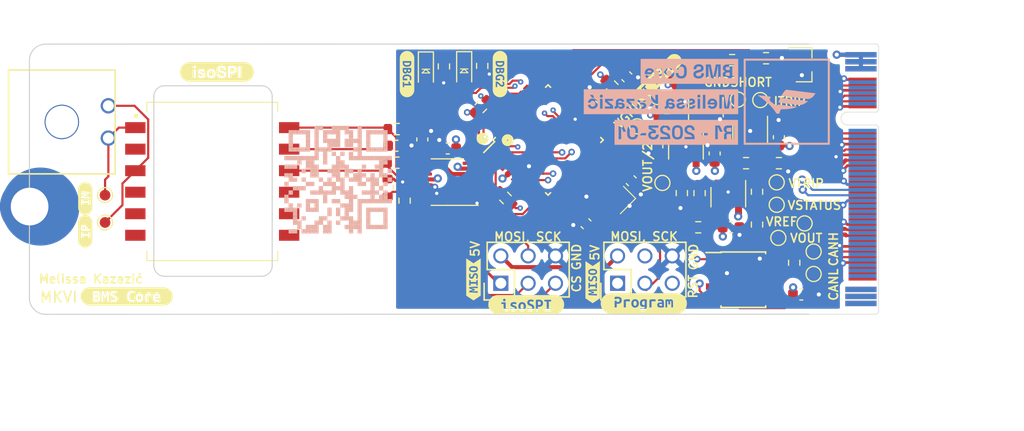
<source format=kicad_pcb>
(kicad_pcb (version 20211014) (generator pcbnew)
  (layers (0 "F.Cu" signal) (1 "In1.Cu" power "GND.Cu") (2 "In2.Cu" mixed "PWR.Cu") (31 "B.Cu" signal) (34 "B.Paste" user) (35 "F.Paste" user) (36 "B.SilkS" user "B.Silkscreen") (37 "F.SilkS" user "F.Silkscreen") (38 "B.Mask" user) (39 "F.Mask" user) (44 "Edge.Cuts" user))
  (net 0 "")
  (net 1 "/BSPD_CURRENT_THRESH")
  (net 2 "+5V")
  (net 3 "GND")
  (net 4 "Net-(C2-Pad1)")
  (net 5 "Net-(C3-Pad1)")
  (net 6 "Net-(C5-Pad1)")
  (net 7 "Net-(C7-Pad1)")
  (net 8 "Net-(C8-Pad1)")
  (net 9 "/IM")
  (net 10 "/IP")
  (net 11 "/MISO")
  (net 12 "/SCK")
  (net 13 "/MOSI")
  (net 14 "/RESET")
  (net 15 "/ISO_MISO")
  (net 16 "/ISO_SCK")
  (net 17 "/ISO_MOSI")
  (net 18 "/ISO_CS")
  (net 19 "/PRE_DIS_TEMP_1")
  (net 20 "/PRE_DIS_TEMP_2")
  (net 21 "/PRE_DIS_TEMP_3")
  (net 22 "/CHARGE_ENABLE_IN")
  (net 23 "/CHARGE_ENABLE_OUT")
  (net 24 "/CANH")
  (net 25 "/CANL")
  (net 26 "/BMS_LSD")
  (net 27 "/FAN_PWM")
  (net 28 "/PUMP_LSD")
  (net 54 "Net-(R21-Pad2)")
  (net 72 "/DBG_1")
  (net 73 "Net-(PD1-Pad1)")
  (net 74 "/DBG_2")
  (net 75 "Net-(PD2-Pad1)")
  (net 76 "/BMS_RELAY_DRIVE")
  (net 77 "Net-(R8-Pad1)")
  (net 78 "Net-(R8-Pad2)")
  (net 79 "Net-(R10-Pad1)")
  (net 80 "Net-(R11-Pad2)")
  (net 81 "/VOUT_CURRENT_SENSE")
  (net 82 "Net-(R13-Pad2)")
  (net 83 "Net-(R15-Pad1)")
  (net 84 "/BSPD Current Sensor Trigger/VSTATUS")
  (net 85 "/VREF_CURRENT_SENSE")
  (net 86 "/BSPD Current Sensor Trigger/V_GND_THRESHOLD")
  (net 87 "/BSPD Current Sensor Trigger/VTRIP")
  (net 95 "/BSPD Current Sensor Trigger/GND_SHORT")
  (net 96 "/BSPD Current Sensor Trigger/CURRENT_TRIP")
  (net 97 "/TXCAN")
  (net 98 "/RXCAN")
  (footprint "OEM:R_0603" (layer "F.Cu") (at 198.247001 104.02075 90)
    (fp_text reference "R14" hide)
    (fp_text value "R_10K" hide)
  )
  (footprint "OEM:R_0603" (layer "F.Cu") (at 196.85 97.16275)
    (fp_text reference "R17" hide)
    (fp_text value "R_1M" hide)
  )
  (footprint "OEM:R_0603" (layer "F.Cu") (at 181.864 104.4702 135)
    (fp_text reference "R4" hide)
    (fp_text value "100R" hide)
  )
  (footprint "TestPoint:TestPoint_Pad_D1.0mm" (layer "F.Cu") (at 207.0608 105.1052)
    (fp_text reference "TP8" hide)
    (fp_text value "VSTATUS" hide)
  )
  (footprint "kibuzzard-63B93076" (layer "F.Cu") (at 194.7164 114.2746)
    (fp_text reference "kibuzzard-63B93076" hide)
    (fp_text value "G***" hide)
  )
  (footprint "footprints:SOT-23-5_OEM" (layer "F.Cu") (at 202.565 104.40175 -90)
    (fp_text reference "U4" hide)
    (fp_text value "MCP6001" hide)
  )
  (footprint "OEM:R_0603" (layer "F.Cu") (at 205.232 103.89375 90)
    (fp_text reference "R15" hide)
    (fp_text value "R_10K" hide)
  )
  (footprint "kibuzzard-63B9305B" (layer "F.Cu") (at 183.7944 114.3762)
    (fp_text reference "kibuzzard-63B9305B" hide)
    (fp_text value "G***" hide)
  )
  (footprint "footprints:Crystal_SMD_FA238" (layer "F.Cu") (at 191.410623 104.800361 -135)
    (fp_text reference "Y1" hide)
    (fp_text value "Crystal_SMD" hide)
  )
  (footprint "TestPoint:TestPoint_Pad_D1.0mm" (layer "F.Cu") (at 196.4436 103.0732)
    (fp_text reference "TP10" hide)
    (fp_text value "Test_Point_SMD" hide)
  )
  (footprint "footprints:LED_0805_OEM" (layer "F.Cu") (at 174.4726 92.71 -90)
    (fp_text reference "PD1" hide)
    (fp_text value "LED_0805" hide)
  )
  (footprint "OEM:R_0603" (layer "F.Cu") (at 204.216 101.23975)
    (fp_text reference "R19" hide)
    (fp_text value "R_10K" hide)
  )
  (footprint "OEM:C_0603" (layer "F.Cu") (at 207.264 98.82675 90)
    (fp_text reference "C11" hide)
    (fp_text value "C_0.1uF" hide)
  )
  (footprint "OEM:C_0603" (layer "F.Cu") (at 171.7418 99.6188)
    (fp_text reference "C8" hide)
    (fp_text value "C_10nF" hide)
  )
  (footprint "OEM:R_0603" (layer "F.Cu") (at 199.898 104.02075 90)
    (fp_text reference "R13" hide)
    (fp_text value "R_10K" hide)
  )
  (footprint "footprints:SOT-23-5_OEM" (layer "F.Cu") (at 204.597 98.43275 -90)
    (fp_text reference "U6" hide)
    (fp_text value "MCP6001" hide)
  )
  (footprint "OEM:R_0603" (layer "F.Cu") (at 170.9166 103.5304 90)
    (fp_text reference "R9" hide)
    (fp_text value "R_1K" hide)
  )
  (footprint "TestPoint:TestPoint_Pad_D1.0mm" (layer "F.Cu") (at 144.669 106.7468 90)
    (fp_text reference "IP1" hide)
    (fp_text value "Test_Point_SMD" hide)
  )
  (footprint "OEM:R_0603" (layer "F.Cu") (at 179.705 92.202 -90)
    (fp_text reference "R3" hide)
    (fp_text value "R_200" hide)
  )
  (footprint "TestPoint:TestPoint_Pad_D1.0mm" (layer "F.Cu") (at 210.4898 109.4486)
    (fp_text reference "CANH1" hide)
    (fp_text value "Test_Point_SMD" hide)
  )
  (footprint "footprints:HM2112ZNLT" (layer "F.Cu") (at 154.6258 102.9368 -90)
    (fp_text reference "T1" hide)
    (fp_text value "HM2112ZNLT" hide)
  )
  (footprint "OEM:M.2_Mount" (layer "F.Cu") (at 137.6438 105.2698 90)
    (fp_text reference "H1" hide)
    (fp_text value "M.2_MountingHole" hide)
  )
  (footprint "footprints:SOT-23-5_OEM" (layer "F.Cu") (at 198.628 99.95675 -90)
    (fp_text reference "U5" hide)
    (fp_text value "MCP6001" hide)
  )
  (footprint "OEM:C_0603" (layer "F.Cu") (at 209.3468 113.4364)
    (fp_text reference "C4" hide)
    (fp_text value "C_0.1uF" hide)
  )
  (footprint "OEM:R_0603" (layer "F.Cu") (at 171.7418 101.1936 180)
    (fp_text reference "R11" hide)
    (fp_text value "R_60.4" hide)
  )
  (footprint "OEM:C_0603" (layer "F.Cu") (at 197.8152 94.7674 -90)
    (fp_text reference "C12" hide)
    (fp_text value "C_0.1uF" hide)
  )
  (footprint "kibuzzard-63B930AD" (layer "F.Cu") (at 189.9666 112.2934 90)
    (fp_text reference "kibuzzard-63B930AD" hide)
    (fp_text value "G***" hide)
  )
  (footprint "footprints:LED_0805_OEM" (layer "F.Cu") (at 178.0286 92.6846 -90)
    (fp_text reference "PD2" hide)
    (fp_text value "LED_0805" hide)
  )
  (footprint "TestPoint:TestPoint_Pad_D1.0mm" (layer "F.Cu") (at 205.5368 95.377)
    (fp_text reference "TP4" hide)
    (fp_text value "CURRENT_TRIP" hide)
  )
  (footprint "kibuzzard-63BB8A53" (layer "F.Cu") (at 142.8242 104.521 90)
    (fp_text reference "kibuzzard-63BB8A53" hide)
    (fp_text value "G***" hide)
  )
  (footprint "OEM:R_0603" (layer "F.Cu") (at 176.149 92.2528 -90)
    (fp_text reference "R1" hide)
    (fp_text value "R_200" hide)
  )
  (footprint "OEM:C_0603" (layer "F.Cu") (at 176.5046 99.8728 180)
    (fp_text reference "C6" hide)
    (fp_text value "C_0.1uF" hide)
  )
  (footprint "footprints:SOT-23F" (layer "F.Cu") (at 209.5754 92.1004)
    (fp_text reference "Q1" hide)
    (fp_text value "SSM3K333R" hide)
  )
  (footprint "TestPoint:TestPoint_Pad_D1.0mm" (layer "F.Cu") (at 209.6516 106.8324)
    (fp_text reference "TP6" hide)
    (fp_text value "VREF" hide)
  )
  (footprint "footprints:TQFP-32_7x7mm_Pitch0.8mm" (layer "F.Cu") (at 185.822623 99.085361 45)
    (fp_text reference "U1" hide)
    (fp_text value "ATMEGA64M1" hide)
  )
  (footprint "kibuzzard-63BF57C4" (layer "F.Cu") (at 146.685 113.6142)
    (fp_text reference "kibuzzard-63BF57C4" hide)
    (fp_text value "G***" hide)
  )
  (footprint "OEM:R_0603" (layer "F.Cu") (at 205.232 106.941749 90)
    (fp_text reference "R16" hide)
    (fp_text value "R_10K" hide)
  )
  (footprint "kibuzzard-63BF4A21" (layer "F.Cu") (at 155.067 92.7608)
    (fp_text reference "kibuzzard-63BF4A21" hide)
    (fp_text value "G***" hide)
  )
  (footprint "footprints:Pin_Header_Straight_2x03" (layer "F.Cu") (at 192.278 112.395 90)
    (fp_text reference "J1" hide)
    (fp_text value "CONN_02X03" hide)
  )
  (footprint "OEM:C_0603" (layer "F.Cu") (at 201.295 100.33775 90)
    (fp_text reference "C10" hide)
    (fp_text value "C_0.1uF" hide)
  )
  (footprint "footprints:MicroFit_RA_2" (layer "F.Cu") (at 140.6558 97.409 90)
    (fp_text reference "J3" hide)
    (fp_text value "MicroFit_RA_R_2" hide)
  )
  (footprint "Resistor_SMD:R_0603_1608Metric" (layer "F.Cu") (at 202.9206 91.6686 180)
    (fp_text reference "R21" hide)
    (fp_text value "1KR" hide)
  )
  (footprint "OEM:R_0603" (layer "F.Cu") (at 206.0702 91.4908 180)
    (fp_text reference "R7" hide)
    (fp_text value "R_10K" hide)
  )
  (footprint "OEM:R_0603" (layer "F.Cu") (at 171.7672 98.0694)
    (fp_text reference "R10" hide)
    (fp_text value "R_60.4" hide)
  )
  (footprint "TestPoint:TestPoint_Pad_D1.0mm" (layer "F.Cu") (at 210.4898 111.5314)
    (fp_text reference "CANL1" hide)
    (fp_text value "Test_Point_SMD" hide)
  )
  (footprint "TestPoint:TestPoint_Pad_D1.0mm" (layer "F.Cu") (at 196.0118 95.0976)
    (fp_text reference "BSPD1" hide)
    (fp_text value "Test_Point_SMD" hide)
  )
  (footprint "kibuzzard-63BB872A" (layer "F.Cu") (at 181.356 92.964 -90)
    (fp_text reference "kibuzzard-63BB872A" hide)
    (fp_text value "G***" hide)
  )
  (footprint "OEM:R_0603" (layer "F.Cu") (at 207.264 101.23975)
    (fp_text reference "R20" hide)
    (fp_text value "R_576" hide)
  )
  (footprint "OEM:R_0603" (layer "F.Cu") (at 172.4914 104.7242 90)
    (fp_text reference "R8" hide)
    (fp_text value "R_1K" hide)
  )
  (footprint "OEM:C_0603" (layer "F.Cu") (at 190.713992 95.209992 135)
    (fp_text reference "C2" hide)
    (fp_text value "C_100pF" hide)
  )
  (footprint "OEM:C_0603" (layer "F.Cu") (at 193.1416 93.218 -45)
    (fp_text reference "C1" hide)
    (fp_text value "C_0.1uF" hide)
  )
  (footprint "OEM:R_0603" (layer "F.Cu") (at 195.961 99.57575 -90)
    (fp_text reference "R18" hide)
    (fp_text value "R_1K" hide)
  )
  (footprint "kibuzzard-63B930AD" (layer "F.Cu") (at 178.8922 112.0394 90)
    (fp_text reference "kibuzzard-63B930AD" hide)
    (fp_text value "G***" hide)
  )
  (footprint "OEM:C_0603" (layer "F.Cu") (at 202.819 107.19575)
    (fp_text reference "C9" hide)
    (fp_text value "C_0.1uF" hide)
  )
  (footprint "OEM:C_0603" (layer "F.Cu") (at 193.548 102.87 -45)
    (fp_text reference "C3" hide)
    (fp_text value "C_30pF" hide)
  )
  (footprint "Package_SO:MSOP-16_3x4mm_P0.5mm" (layer "F.Cu") (at 176.461777 102.9984 180)
    (fp_text reference "U3" hide)
    (fp_text value "LTC6820HMS" hide)
  )
  (footprint "TestPoint:TestPoint_Pad_D1.0mm" (layer "F.Cu") (at 207.0608 103.0224)
    (fp_text reference "TP9" hide)
    (fp_text value "VTRIP" hide)
  )
  (footprint "footprints:Automotive_M.2_Edge_Connector" (layer "F.Cu") (at 216.5364 102.7188 -90)
    (fp_text reference "J4" hide)
    (fp_text value "Automotive_M.2_Edge_Connector" hide)
    (fp_line (start -4.825 0) (end 12.35 0) (layer "Edge.Cuts") (width 0.05))
    (fp_line (start -6.225 0.2) (end -6.425 0) (layer "Edge.Cuts") (width 0.05))
    (fp_line (start -5.025 2.9) (end -5.025 0.2) (layer "Edge.Cuts") (width 0.05))
    (fp_line (start -6.225 2.9) (end -6.225 0.2) (layer "Edge.Cuts") (width 0.05))
    (fp_line (start -5.025 0.2) (end -4.825 0) (layer "Edge.Cuts") (width 0.05))
    (fp_line (start -12.55 0.2) (end -12.35 0) (layer "Edge.Cuts") (width 0.05))
    (fp_line (start 12.55 0.2) (end 12.55 6.5) (layer "Edge.Cuts") (width 0.05))
    (fp_line (start -12.55 0.2) (end -12.55 6.5) (layer "Edge.Cuts") (width 0.05))
    (fp_line (start 12.55 0.2) (end 12.35 0) (layer "Edge.Cuts") (width 0.05))
    (fp_line (start -12.35 0) (end -6.425 0) (layer "Edge.Cuts") (width 0.05))
    (fp_arc (start -5.025 2.9) (mid -5.625 3.5) (end -6.225 2.9) (layer "Edge.Cuts") (width 0.05))
  )
  (footprint "kibuzzard-63BB8724" (layer "F.Cu") (at 172.72 92.964 -90)
    (fp_text reference "kibuzzard-63BB8724" hide)
    (fp_text value "G***" hide)
  )
  (footprint "footprints:SOT-23-5_OEM" (layer "F.Cu") (at 200.4822 96.0374 90)
    (fp_text reference "U7" hide)
    (fp_text value "SN74LVC1G32DBVR" hide)
  )
  (footprint "kibuzzard-63BB8CCE" (layer "F.Cu") (at 196.0626 93.2688 45)
    (fp_text reference "kibuzzard-63BB8CCE" hide)
    (fp_text value "G***" hide)
  )
  (footprint "footprints:SOIC-8_3.9x4.9mm_Pitch1.27mm_OEM" (layer "F.Cu") (at 203.962 112.0648)
    (fp_text reference "U2" hide)
    (fp_text value "MAX33011EASA" hide)
  )
  (footprint "OEM:R_0603" (layer "F.Cu") (at 191.791623 94.132361 -45)
    (fp_text reference "R2" hide)
    (fp_text value "R_100" hide)
  )
  (footprint "kibuzzard-63BB8A3F" (layer "F.Cu") (at 142.8242 107.569 90)
    (fp_text reference "kibuzzard-63BB8A3F" hide)
    (fp_text value "G***" hide)
  )
  (footprint "TestPoint:TestPoint_Pad_D1.0mm" (layer "F.Cu") (at 144.669 104.2068 90)
    (fp_text reference "IM1" hide)
    (fp_text value "Test_Point_SMD" hide)
  )
  (footprint "TestPoint:TestPoint_Pad_D1.0mm" (layer "F.Cu") (at 194.1068 97.8154)
    (fp_text reference "TP5" hide)
    (fp_text value "V_GND_THRESHOLD" hide)
  )
  (footprint "OEM:C_0603" (layer "F.Cu") (at 174.1424 99.0346 90)
    (fp_text reference "C7" hide)
    (fp_text value "C_10nF" hide)
  )
  (footprint "TestPoint:TestPoint_Pad_D1.0mm" (layer "F.Cu") (at 203.454 95.3262)
    (fp_text reference "TP3" hide)
    (fp_text value "GND_SHORT" hide)
  )
  (footprint "OEM:C_0603" (layer "F.Cu") (at 189.345164 106.86582 135)
    (fp_text reference "C5" hide)
    (fp_text value "C_30pF" hide)
  )
  (footprint "OEM:R_0603" (layer "F.Cu") (at 199.771 107.19575)
    (fp_text reference "R12" hide)
    (fp_text value "R_10K" hide)
  )
  (footprint "OEM:R_0603" (layer "F.Cu") (at 208.6864 110.49 -90)
    (fp_text reference "R5" hide)
    (fp_text value "R_120_DNP" hide)
  )
  (footprint "TestPoint:TestPoint_Pad_D1.0mm" (layer "F.Cu") (at 207.2132 108.1786)
    (fp_text reference "TP7" hide)
    (fp_text value "VOUT" hide)
  )
  (footprint "OEM:R_0603" (layer "F.Cu") (at 179.578 96.012 45)
    (fp_text reference "R6" hide)
    (fp_text value "R_10K" hide)
  )
  (footprint "footprints:Pin_Header_Straight_2x03" (layer "F.Cu") (at 181.4322 112.395 90)
    (fp_text reference "J2" hide)
    (fp_text value "CONN_02X03" hide)
  )
  (footprint "OEM:QR_6_BMS-CORE_1" (layer "B.Cu") (at 166.3192 102.7684 180)
    (fp_text reference "QR*****")
    (fp_text value "hw.oem.to/QR_6_BMS-CORE_1")
  )
  (footprint "kibuzzard-63BF4696" (layer "B.Cu") (at 197.7322 98.37417 180)
    (fp_text reference "kibuzzard-63BF4696" hide)
    (fp_text value "G***" hide)
  )
  (footprint "OEM:OEM_Logo_8mm" (layer "B.Cu") (at 207.9938 95.529371 180)
    (fp_text reference "REF**" hide)
    (fp_text value "OEM_Logo_8mm")
  )
  (footprint "kibuzzard-63BF43E2" (layer "B.Cu") (at 198.9514 92.70997 180)
    (fp_text reference "kibuzzard-63BF43E2" hide)
    (fp_text value "G***" hide)
  )
  (footprint "kibuzzard-63BF465A" (layer "B.Cu") (at 196.3098 95.52937 180)
    (fp_text reference "kibuzzard-63BF465A" hide)
    (fp_text value "G***" hide)
  )
  (gr_line (start 137.6438 91.693328) (end 137.6438 113.791672) (layer "Edge.Cuts") (width 0.1))
  (gr_line (start 150.1978 111.7468) (end 159.1978 111.7468) (layer "Edge.Cuts") (width 0.1))
  (gr_line (start 210.0364 115.2688) (end 139.1678 115.2798) (layer "Edge.Cuts") (width 0.1))
  (gr_arc (start 160.1978 110.7468) (mid 159.904907 111.453907) (end 159.1978 111.7468) (layer "Edge.Cuts") (width 0.1))
  (gr_line (start 160.1978 110.7468) (end 160.1978 95.0468) (layer "Edge.Cuts") (width 0.1))
  (gr_arc (start 137.6438 91.693328) (mid 138.085894 90.623591) (end 139.154928 90.1798) (layer "Edge.Cuts") (width 0.1))
  (gr_line (start 159.1978 94.0468) (end 150.1978 94.0468) (layer "Edge.Cuts") (width 0.1))
  (gr_arc (start 159.1978 94.0468) (mid 159.904907 94.339693) (end 160.1978 95.0468) (layer "Edge.Cuts") (width 0.1))
  (gr_line (start 210.0364 90.1688) (end 139.154928 90.1798) (layer "Edge.Cuts") (width 0.1))
  (gr_line (start 149.1978 95.0468) (end 149.1978 110.7468) (layer "Edge.Cuts") (width 0.1))
  (gr_arc (start 149.1978 95.0468) (mid 149.490693 94.339693) (end 150.1978 94.0468) (layer "Edge.Cuts") (width 0.1))
  (gr_arc (start 150.1978 111.7468) (mid 149.490693 111.453907) (end 149.1978 110.7468) (layer "Edge.Cuts") (width 0.1))
  (gr_arc (start 139.1678 115.2798) (mid 138.097609 114.851356) (end 137.6438 113.791672) (layer "Edge.Cuts") (width 0.1))
  (gr_text "VOUT/2" (at 195.072 101.6 90) (layer "F.SilkS") (effects (font (size 0.8 0.8))))
  (gr_text "CANH" (at 212.344 109.22 90) (layer "F.SilkS") (effects (font (size 0.8 0.8))))
  (gr_text "MOSI, SCK" (at 183.9468 108.077) (layer "F.SilkS") (effects (font (size 0.8 0.8))))
  (gr_text "5V" (at 190.1698 109.5502 90) (layer "F.SilkS") (effects (font (size 0.8 0.8))))
  (gr_text "RST" (at 199.2884 112.6998 90) (layer "F.SilkS") (effects (font (size 0.8 0.8))))
  (gr_text "ITRIP" (at 208.28 95.504) (layer "F.SilkS") (effects (font (size 0.8 0.8))))
  (gr_text "MOSI, SCK" (at 194.7418 108.0516) (layer "F.SilkS") (effects (font (size 0.8 0.8))))
  (gr_text "GND" (at 199.3392 109.9566 90) (layer "F.SilkS") (effects (font (size 0.8 0.8))))
  (gr_text "GND" (at 188.468 109.9566 90) (layer "F.SilkS") (effects (font (size 0.8 0.8))))
  (gr_text "VTRIP" (at 209.804 103.124) (layer "F.SilkS") (effects (font (size 0.8 0.8))))
  (gr_text "VGND" (at 193.294 96.7232 45) (layer "F.SilkS") (effects (font (size 0.8 0.8))))
  (gr_text "5V" (at 179.0446 109.1946 90) (layer "F.SilkS") (effects (font (size 0.8 0.8))))
  (gr_text "CS" (at 188.468 112.4458 90) (layer "F.SilkS") (effects (font (size 0.8 0.8))))
  (gr_text "CANL" (at 212.344 112.522 90) (layer "F.SilkS") (effects (font (size 0.8 0.8))))
  (gr_text "VSTATUS" (at 210.566 105.156) (layer "F.SilkS") (effects (font (size 0.8 0.8))))
  (gr_text "VOUT" (at 209.804 108.204) (layer "F.SilkS") (effects (font (size 0.8 0.8))))
  (gr_text "GNDSHORT" (at 203.454 93.726) (layer "F.SilkS") (effects (font (size 0.8 0.8))))
  (gr_text "MKVI" (at 140.3604 113.6904) (layer "F.SilkS") (effects (font (size 1 1))))
  (gr_text "Melissa Kazazić" (at 143.3576 111.9886) (layer "F.SilkS") (effects (font (size 0.8 0.8))))
  (gr_text "VREF" (at 207.518 106.68) (layer "F.SilkS") (effects (font (size 0.8 0.8))))
  (segment (start 194.7545 95.0087) (end 196.1642 93.599) (width 0.381) (layer "F.Cu") (net 1))
  (segment (start 190.807726 100.110666) (end 190.807726 98.955474) (width 0.381) (layer "F.Cu") (net 1))
  (segment (start 202.1382 94.9374) (end 202.7797 94.2959) (width 0.381) (layer "F.Cu") (net 1))
  (segment (start 196.1642 93.599) (end 196.5637 93.1995) (width 0.381) (layer "F.Cu") (net 1))
  (segment (start 190.807726 98.955474) (end 194.7545 95.0087) (width 0.381) (layer "F.Cu") (net 1))
  (segment (start 201.4322 94.9374) (end 202.1382 94.9374) (width 0.381) (layer "F.Cu") (net 1))
  (segment (start 205.647741 94.2959) (end 211.927467 100.575626) (width 0.381) (layer "F.Cu") (net 1))
  (segment (start 211.927467 100.575626) (end 211.927467 100.907687) (width 0.381) (layer "F.Cu") (net 1))
  (segment (start 213.1471 101.2871) (end 213.4654 100.9688) (width 0.381) (layer "F.Cu") (net 1))
  (segment (start 215.0364 100.9688) (end 213.4654 100.9688) (width 0.254) (layer "F.Cu") (net 1))
  (segment (start 200.957 94.9374) (end 201.4322 94.9374) (width 0.381) (layer "F.Cu") (net 1))
  (segment (start 196.1642 93.599) (end 196.0118 93.7514) (width 0.381) (layer "F.Cu") (net 1))
  (segment (start 196.5637 93.1995) (end 199.2191 93.1995) (width 0.381) (layer "F.Cu") (net 1))
  (segment (start 211.927467 100.907687) (end 212.30688 101.2871) (width 0.381) (layer "F.Cu") (net 1))
  (segment (start 212.30688 101.2871) (end 213.1471 101.2871) (width 0.381) (layer "F.Cu") (net 1))
  (segment (start 199.2191 93.1995) (end 200.957 94.9374) (width 0.381) (layer "F.Cu") (net 1))
  (segment (start 196.0118 93.7514) (end 196.0118 95.0976) (width 0.381) (layer "F.Cu") (net 1))
  (segment (start 202.7797 94.2959) (end 205.647741 94.2959) (width 0.381) (layer "F.Cu") (net 1))
  (segment (start 175.57619 102.657478) (end 175.485268 102.7484) (width 0.381) (layer "F.Cu") (net 2))
  (segment (start 201.262 112.6998) (end 201.737 112.6998) (width 0.381) (layer "F.Cu") (net 2))
  (segment (start 214.8864 91.1688) (end 212.6439 91.1688) (width 0.381) (layer "F.Cu") (net 2))
  (segment (start 192.278 109.855) (end 191.2351 110.8979) (width 0.381) (layer "F.Cu") (net 2))
  (segment (start 195.326 96.774) (end 195.63625 96.774) (width 0.381) (layer "F.Cu") (net 2))
  (segment (start 177.5928 101.7484) (end 178.611777 101.7484) (width 0.381) (layer "F.Cu") (net 2))
  (segment (start 195.63625 96.774) (end 196.025 97.16275) (width 0.381) (layer "F.Cu") (net 2))
  (segment (start 202.044 107.19575) (end 202.044 108.0386) (width 0.381) (layer "F.Cu") (net 2))
  (segment (start 177.2666 99.0346) (end 177.2796 99.0476) (width 0.381) (layer "F.Cu") (net 2))
  (segment (start 207.7799 114.6127) (end 208.5718 113.8208) (width 0.381) (layer "F.Cu") (net 2))
  (segment (start 191.20826 93.548998) (end 191.20826 93.54526) (width 0.381) (layer "F.Cu") (net 2))
  (segment (start 191.20826 93.54526) (end 190.6778 93.0148) (width 0.381) (layer "F.Cu") (net 2))
  (segment (start 201.737 112.6998) (end 203.6499 114.6127) (width 0.381) (layer "F.Cu") (net 2))
  (segment (start 208.5718 113.8208) (end 208.5718 113.4364) (width 0.381) (layer "F.Cu") (net 2))
  (segment (start 203.515 105.50175) (end 203.515 106.15225) (width 0.381) (layer "F.Cu") (net 2))
  (segment (start 203.515 106.15225) (end 203.4794 106.18785) (width 0.381) (layer "F.Cu") (net 2))
  (segment (start 202.044 108.0386) (end 202.057 108.0516) (width 0.381) (layer "F.Cu") (net 2))
  (segment (start 175.904 101.2484) (end 174.311777 101.2484) (width 0.381) (layer "F.Cu") (net 2))
  (segment (start 176.904 102.2484) (end 175.904 101.2484) (width 0.381) (layer "F.Cu") (net 2))
  (segment (start 205.041 101.23975) (end 205.041 100.03875) (width 0.381) (layer "F.Cu") (net 2))
  (segment (start 198.442549 93.847749) (end 199.5322 94.9374) (width 0.381) (layer "F.Cu") (net 2))
  (segment (start 200.596 107.19575) (end 202.044 107.19575) (width 0.381) (layer "F.Cu") (net 2))
  (segment (start 191.20826 93.548998) (end 191.714586 93.548998) (width 0.381) (layer "F.Cu") (net 2))
  (segment (start 177.2796 99.8728) (end 175.904 101.2484) (width 0.381) (layer "F.Cu") (net 2))
  (segment (start 197.993 93.847749) (end 198.442549 93.847749) (width 0.381) (layer "F.Cu") (net 2))
  (segment (start 201.3204 101.9556) (end 201.295 101.9302) (width 0.381) (layer "F.Cu") (net 2))
  (segment (start 207.264 99.60175) (end 208.21215 99.60175) (width 0.381) (layer "F.Cu") (net 2))
  (segment (start 205.041 100.03875) (end 205.547 99.53275) (width 0.381) (layer "F.Cu") (net 2))
  (segment (start 181.675498 102.6668) (end 182.534576 101.807722) (width 0.381) (layer "F.Cu") (net 2))
  (segment (start 182.4751 110.8979) (end 181.4322 109.855) (width 0.381) (layer "F.Cu") (net 2))
  (segment (start 178.611777 102.2484) (end 176.904 102.2484) (width 0.381) (layer "F.Cu") (net 2))
  (segment (start 214.8864 91.1688) (end 214.8864 92.4688) (width 0.381) (layer "F.Cu") (net 2))
  (segment (start 196.964 93.9924) (end 197.8152 93.9924) (width 0.381) (layer "F.Cu") (net 2))
  (segment (start 178.919274 96.52) (end 178.994637 96.595363) (width 0.381) (layer "F.Cu") (net 2))
  (segment (start 178.611777 101.2484) (end 178.611777 101.7484) (width 0.381) (layer "F.Cu") (net 2))
  (segment (start 191.714586 93.548998) (end 192.593592 92.669992) (width 0.381) (layer "F.Cu") (net 2))
  (segment (start 208.5718 112.789) (end 208.5848 112.776) (width 0.381) (layer "F.Cu") (net 2))
  (segment (start 177.419 101.5746) (end 177.5928 101.7484) (width 0.381) (layer "F.Cu") (net 2))
  (segment (start 208.5718 113.4364) (end 208.5718 112.789) (width 0.381) (layer "F.Cu") (net 2))
  (segment (start 177.2796 99.0476) (end 177.2796 99.8728) (width 0.381) (layer "F.Cu") (net 2))
  (segment (start 181.586851 102.6668) (end 181.675498 102.6668) (width 0.381) (layer "F.Cu") (net 2))
  (segment (start 191.2351 110.8979) (end 182.4751 110.8979) (width 0.381) (layer "F.Cu") (net 2))
  (segment (start 207.264 99.60175) (end 205.616 99.60175) (width 0.381) (layer "F.Cu") (net 2))
  (segment (start 199.578 101.9404) (end 199.5932 101.9556) (width 0.381) (layer "F.Cu") (net 2))
  (segment (start 178.308 96.52) (end 178.919274 96.52) (width 0.381) (layer "F.Cu") (net 2))
  (segment (start 212.6439 91.1688) (end 212.6369 91.1618) (width 0.381) (layer "F.Cu") (net 2))
  (segment (start 203.6499 114.6127) (end 207.7799 114.6127) (width 0.381) (layer "F.Cu") (net 2))
  (segment (start 201.295 101.9302) (end 201.295 101.11275) (width 0.381) (layer "F.Cu") (net 2))
  (segment (start 196.9516 93.98) (end 196.964 93.9924) (width 0.381) (layer "F.Cu") (net 2))
  (segment (start 199.578 101.05675) (end 199.578 101.9404) (width 0.381) (layer "F.Cu") (net 2))
  (segment (start 205.616 99.60175) (end 205.547 99.53275) (width 0.381) (layer "F.Cu") (net 2))
  (segment (start 175.485268 102.7484) (end 174.311777 102.7484) (width 0.381) (layer "F.Cu") (net 2))
  (segment (start 208.21215 99.60175) (end 208.2546 99.6442) (width 0.381) (layer "F.Cu") (net 2))
  (via (at 177.419 101.5746) (size 0.762) (drill 0.381) (layers "F.Cu" "B.Cu") (net 2))
  (via (at 208.2546 99.6442) (size 0.762) (drill 0.381) (layers "F.Cu" "B.Cu") (net 2))
  (via (at 196.9516 93.98) (size 0.6096) (drill 0.3048) (layers "F.Cu" "B.Cu") (net 2))
  (via (at 181.586851 102.6668) (size 0.762) (drill 0.381) (layers "F.Cu" "B.Cu") (net 2))
  (via (at 178.308 96.52) (size 0.6096) (drill 0.3048) (layers "F.Cu" "B.Cu") (net 2))
  (via (at 212.6369 91.1618) (size 0.762) (drill 0.381) (layers "F.Cu" "B.Cu") (net 2))
  (via (at 203.4794 106.18785) (size 0.762) (drill 0.381) (layers "F.Cu" "B.Cu") (net 2))
  (via (at 208.5848 112.776) (size 0.762) (drill 0.381) (layers "F.Cu" "B.Cu") (net 2))
  (via (at 199.5932 101.9556) (size 0.762) (drill 0.381) (layers "F.Cu" "B.Cu") (net 2))
  (via (at 195.326 96.774) (size 0.6096) (drill 0.3048) (layers "F.Cu" "B.Cu") (net 2))
  (via (at 175.57619 102.657478) (size 0.762) (drill 0.381) (layers "F.Cu" "B.Cu") (net 2))
  (via (at 202.057 108.0516) (size 0.762) (drill 0.381) (layers "F.Cu" "B.Cu") (net 2))
  (via (at 190.6778 93.0148) (size 0.6096) (drill 0.3048) (layers "F.Cu" "B.Cu") (net 2))
  (via (at 201.3204 101.9556) (size 0.762) (drill 0.381) (layers "F.Cu" "B.Cu") (net 2))
  (via (at 177.2666 99.0346) (size 0.762) (drill 0.381) (layers "F.Cu" "B.Cu") (net 2))
  (segment (start 212.6369 91.1618) (end 214.8794 91.1618) (width 0.381) (layer "B.Cu") (net 2))
  (segment (start 214.8864 91.1688) (end 214.8864 92.4688) (width 0.381) (layer "B.Cu") (net 2))
  (segment (start 214.8794 91.1618) (end 214.8864 91.1688) (width 0.381) (layer "B.Cu") (net 2))
  (segment (start 202.4126 111.4298) (end 201.262 111.4298) (width 0.381) (layer "F.Cu") (net 3))
  (segment (start 172.1999 102.87) (end 172.3136 102.9837) (width 0.254) (layer "F.Cu") (net 3))
  (segment (start 213.008928 95.9688) (end 215.0364 95.9688) (width 0.254) (layer "F.Cu") (net 3))
  (segment (start 193.689608 93.762192) (end 194.183 93.2688) (width 0.381) (layer "F.Cu") (net 3))
  (segment (start 193.689608 93.766008) (end 193.689608 93.762192) (width 0.381) (layer "F.Cu") (net 3))
  (segment (start 212.9282 96.049528) (end 213.008928 95.9688) (width 0.254) (layer "F.Cu") (net 3))
  (segment (start 215.0364 93.468801) (end 213.394928 93.468801) (width 0.254) (layer "F.Cu") (net 3))
  (segment (start 178.611777 104.7484) (end 179.01413 104.7484) (width 0.254) (layer "F.Cu") (net 3))
  (segment (start 188.797156 106.350844) (end 188.1632 106.9848) (width 0.381) (layer "F.Cu") (net 3))
  (segment (start 210.9724 113.4364) (end 210.1218 113.4364) (width 0.381) (layer "F.Cu") (net 3))
  (segment (start 201.295 99.56275) (end 200.63985 99.56275) (width 0.381) (layer "F.Cu") (net 3))
  (segment (start 207.2386 97.2312) (end 207.264 97.2566) (width 0.381) (layer "F.Cu") (net 3))
  (segment (start 190.051693 105.012493) (end 189.3824 104.3432) (width 0.381) (layer "F.Cu") (net 3))
  (segment (start 194.096008 103.796908) (end 194.4391 104.14) (width 0.381) (layer "F.Cu") (net 3))
  (segment (start 207.542498 91.4654) (end 206.9206 91.4654) (width 0.381) (layer "F.Cu") (net 3))
  (segment (start 201.7732 97.1374) (end 201.7908 97.155) (width 0.381) (layer "F.Cu") (net 3))
  (segment (start 195.961 100.40075) (end 195.21895 100.40075) (width 0.381) (layer "F.Cu") (net 3))
  (segment (start 203.594 107.8868) (end 203.6064 107.8992) (width 0.381) (layer "F.Cu") (net 3))
  (segment (start 192.754126 104.588229) (end 192.777029 104.588229) (width 0.381) (layer "F.Cu") (net 3))
  (segment (start 209.3824 93.0504) (end 208.5254 93.0504) (width 0.381) (layer "F.Cu") (net 3))
  (segment (start 174.999791 103.7484) (end 174.311777 103.7484) (width 0.2) (layer "F.Cu") (net 3))
  (segment (start 183.198792 102.373408) (end 183.100262 102.373408) (width 0.381) (layer "F.Cu") (net 3))
  (segment (start 175.7296 99.8728) (end 175.7296 99.0978) (width 0.381) (layer "F.Cu") (net 3))
  (segment (start 170.9166 102.7054) (end 171.4886 102.7054) (width 0.254) (layer "F.Cu") (net 3))
  (segment (start 201.4322 97.1374) (end 201.7732 97.1374) (width 0.381) (layer "F.Cu") (net 3))
  (segment (start 198.247001 105.282999) (end 198.12 105.41) (width 0.381) (layer "F.Cu") (net 3))
  (segment (start 207.264 97.2566) (end 207.264 98.05175) (width 0.381) (layer "F.Cu") (net 3))
  (segment (start 215.0016 106.934) (end 213.618139 106.934) (width 0.254) (layer "F.Cu") (net 3))
  (segment (start 213.618139 106.934) (end 213.377339 106.6932) (width 0.254) (layer "F.Cu") (net 3))
  (segment (start 175.292084 104.040693) (end 174.999791 103.7484) (width 0.2) (layer "F.Cu") (net 3))
  (segment (start 173.113231 99.6188) (end 173.1369 99.595131) (width 0.381) (layer "F.Cu") (net 3))
  (segment (start 213.233005 101.928574) (end 213.341738 101.819841) (width 0.254) (layer "F.Cu") (net 3))
  (segment (start 213.1627 99.4688) (end 215.0364 99.4688) (width 0.254) (layer "F.Cu") (net 3))
  (segment (start 189.11067 96.38533) (end 188.341 97.155) (width 0.381) (layer "F.Cu") (net 3))
  (segment (start 175.110038 103.2484) (end 174.311777 103.2484) (width 0.2) (layer "F.Cu") (net 3))
  (segment (start 175.315088 103.45345) (end 175.110038 103.2484) (width 0.2) (layer "F.Cu") (net 3))
  (segment (start 180.3654 92.964) (end 180.3024 93.027) (width 0.381) (layer "F.Cu") (net 3))
  (segment (start 171.6532 102.87) (end 172.1999 102.87) (width 0.254) (layer "F.Cu") (net 3))
  (segment (start 212.9797 108.9688) (end 215.0364 108.9688) (width 0.254) (layer "F.Cu") (net 3))
  (segment (start 203.594 107.19575) (end 203.594 107.8868) (width 0.381) (layer "F.Cu") (net 3))
  (segment (start 195.21895 100.40075) (end 195.1482 100.33) (width 0.381) (layer "F.Cu") (net 3))
  (segment (start 213.341738 101.757) (end 213.629938 101.4688) (width 0.254) (layer "F.Cu") (net 3))
  (segment (start 213.394928 93.468801) (end 213.308993 93.382866) (width 0.254) (layer "F.Cu") (net 3))
  (segment (start 202.552329 103.917536) (end 202.552329 103.314421) (width 0.381) (layer "F.Cu") (net 3))
  (segment (start 215.0364 100.4688) (end 212.745767 100.4688) (width 0.254) (layer "F.Cu") (net 3))
  (segment (start 213.377339 106.6932) (end 213.279698 106.6932) (width 0.254) (layer "F.Cu") (net 3))
  (segment (start 200.63985 99.56275) (end 200.6346 99.568) (width 0.381) (layer "F.Cu") (net 3))
  (segment (start 198.5264 95.5294) (end 197.8282 95.5294) (width 0.381) (layer "F.Cu") (net 3))
  (segment (start 212.9536 94.583228) (end 213.068028 94.4688) (width 0.254) (layer "F.Cu") (net 3))
  (segment (start 213.068028 94.4688) (end 215.0364 94.4688) (width 0.254) (layer "F.Cu") (net 3))
  (segment (start 175.7296 99.0978) (end 175.7172 99.0854) (width 0.381) (layer "F.Cu") (net 3))
  (segment (start 197.8282 95.5294) (end 197.8152 95.5424) (width 0.381) (layer "F.Cu") (net 3))
  (segment (start 208.089 101.9678) (end 208.1276 102.0064) (width 0.381) (layer "F.Cu") (net 3))
  (segment (start 198.628 98.85675) (end 198.628 99.7204) (width 0.381) (layer "F.Cu") (net 3))
  (segment (start 213.2643 110.4688) (end 213.2076 110.5255) (width 0.254) (layer "F.Cu") (net 3))
  (segment (start 176.1236 93.7768) (end 176.149 93.7514) (width 0.381) (layer "F.Cu") (net 3))
  (segment (start 190.165984 94.661984) (end 189.6872 94.1832) (width 0.381) (layer "F.Cu") (net 3))
  (segment (start 176.149 93.7514) (end 176.149 93.0778) (width 0.381) (layer "F.Cu") (net 3))
  (segment (start 202.438 111.4552) (end 202.4126 111.4298) (width 0.381) (layer "F.Cu") (net 3))
  (segment (start 194.096008 103.418008) (end 194.096008 103.796908) (width 0.381) (layer "F.Cu") (net 3))
  (segment (start 213.106 99.5255) (end 213.1627 99.4688) (width 0.254) (layer "F.Cu") (net 3))
  (segment (start 174.9428 98.2596) (end 174.9552 98.2472) (width 0.381) (layer "F.Cu") (net 3))
  (segment (start 189.11067 96.363) (end 189.11067 96.38533) (width 0.381) (layer "F.Cu") (net 3))
  (segment (start 192.777029 104.588229) (end 193.3956 105.2068) (width 0.381) (layer "F.Cu") (net 3))
  (segment (start 202.552329 103.314421) (end 202.565 103.30175) (width 0.381) (layer "F.Cu") (net 3))
  (segment (start 209.3976 93.0656) (end 209.3824 93.0504) (width 0.381) (layer "F.Cu") (net 3))
  (segment (start 213.341738 101.819841) (end 213.341738 101.757) (width 0.254) (layer "F.Cu") (net 3))
  (segment (start 174.1424 98.2596) (end 174.9428 98.2596) (width 0.381) (layer "F.Cu") (net 3))
  (segment (start 175.47665 104.040693) (end 175.292084 104.040693) (width 0.2) (layer "F.Cu") (net 3))
  (segment (start 212.9028 108.8919) (end 212.9797 108.9688) (width 0.254) (layer "F.Cu") (net 3))
  (segment (start 213.629938 101.4688) (end 215.0364 101.4688) (width 0.254) (layer "F.Cu") (net 3))
  (segment (start 188.797156 106.317812) (end 188.797156 106.350844) (width 0.381) (layer "F.Cu") (net 3))
  (segment (start 205.5368 110.1598) (end 205.486 110.109) (width 0.381) (layer "F.Cu") (net 3))
  (segment (start 171.4886 102.7054) (end 171.6532 102.87) (width 0.254) (layer "F.Cu") (net 3))
  (segment (start 198.247001 104.84575) (end 198.247001 105.282999) (width 0.381) (layer "F.Cu") (net 3))
  (segment (start 172.5168 99.6188) (end 173.113231 99.6188) (width 0.381) (layer "F.Cu") (net 3))
  (segment (start 190.06712 105.012493) (end 190.051693 105.012493) (width 0.381) (layer "F.Cu") (net 3))
  (segment (start 184.0484 101.5238) (end 183.198792 102.373408) (width 0.381) (layer "F.Cu") (net 3))
  (segment (start 215.0364 106.9688) (end 215.0016 106.934) (width 0.254) (layer "F.Cu") (net 3))
  (segment (start 206.9206 91.4654) (end 206.8952 91.4908) (width 0.381) (layer "F.Cu") (net 3))
  (segment (start 206.662 110.1598) (end 205.5368 110.1598) (width 0.381) (layer "F.Cu") (net 3))
  (segment (start 208.089 101.23975) (end 208.089 101.9678) (width 0.381) (layer "F.Cu") (net 3))
  (segment (start 180.3024 93.027) (end 179.705 93.027) (width 0.381) (layer "F.Cu") (net 3))
  (segment (start 212.745767 100.4688) (end 212.575167 100.6394) (width 0.254) (layer "F.Cu") (net 3))
  (segment (start 215.0364 110.4688) (end 213.2643 110.4688) (width 0.254) (layer "F.Cu") (net 3))
  (segment (start 179.01413 104.7484) (end 179.221557 104.955827) (width 0.254) (layer "F.Cu") (net 3))
  (segment (start 204.597 98.2472) (end 204.597 97.33275) (width 0.381) (layer "F.Cu") (net 3))
  (via (at 189.3824 104.3432) (size 0.762) (drill 0.381) (layers "F.Cu" "B.Cu") (net 3))
  (via (at 194.4391 104.14) (size 0.762) (drill 0.381) (layers "F.Cu" "B.Cu") (net 3))
  (via (at 213.2076 110.5255) (size 0.6096) (drill 0.3048) (layers "F.Cu" "B.Cu") (net 3))
  (via (at 213.233005 101.928574) (size 0.6096) (drill 0.3048) (layers "F.Cu" "B.Cu") (net 3))
  (via (at 174.9552 98.2472) (size 0.762) (drill 0.381) (layers "F.Cu" "B.Cu") (net 3))
  (via (at 213.279698 106.6932) (size 0.6096) (drill 0.3048) (layers "F.Cu" "B.Cu") (net 3))
  (via (at 195.1482 100.33) (size 0.762) (drill 0.381) (layers "F.Cu" "B.Cu") (net 3))
  (via (at 179.221557 104.955827) (size 0.6096) (drill 0.3048) (layers "F.Cu" "B.Cu") (net 3))
  (via (at 207.542498 91.4654) (size 0.762) (drill 0.381) (layers "F.Cu" "B.Cu") (net 3))
  (via (at 212.9536 94.583228) (size 0.6096) (drill 0.3048) (layers "F.Cu" "B.Cu") (net 3))
  (via (at 175.47665 104.040693) (size 0.6096) (drill 0.3048) (layers "F.Cu" "B.Cu") (net 3))
  (via (at 203.6064 107.8992) (size 0.762) (drill 0.381) (layers "F.Cu" "B.Cu") (net 3))
  (via (at 188.1632 106.9848) (size 0.762) (drill 0.381) (layers "F.Cu" "B.Cu") (net 3))
  (via (at 194.183 93.2688) (size 0.762) (drill 0.381) (layers "F.Cu" "B.Cu") (net 3))
  (via (at 175.315088 103.45345) (size 0.6096) (drill 0.3048) (layers "F.Cu" "B.Cu") (net 3))
  (via (at 212.575167 100.6394) (size 0.6096) (drill 0.3048) (layers "F.Cu" "B.Cu") (net 3))
  (via (at 200.6346 99.568) (size 0.762) (drill 0.381) (layers "F.Cu" "B.Cu") (net 3))
  (via (at 212.9282 96.049528) (size 0.6096) (drill 0.3048) (layers "F.Cu" "B.Cu") (net 3))
  (via (at 213.308993 93.382866) (size 0.6096) (drill 0.3048) (layers "F.Cu" "B.Cu") (net 3))
  (via (at 205.486 110.109) (size 0.762) (drill 0.381) (layers "F.Cu" "B.Cu") (net 3))
  (via (at 209.3976 93.0656) (size 0.762) (drill 0.381) (layers "F.Cu" "B.Cu") (net 3))
  (via (at 193.3956 105.2068) (size 0.762) (drill 0.381) (layers "F.Cu" "B.Cu") (net 3))
  (via (at 201.7908 97.155) (size 0.762) (drill 0.381) (layers "F.Cu" "B.Cu") (net 3))
  (via (at 180.3654 92.964) (size 0.6096) (drill 0.3048) (layers "F.Cu" "B.Cu") (net 3))
  (via (at 198.12 105.41) (size 0.762) (drill 0.381) (layers "F.Cu" "B.Cu") (net 3))
  (via (at 213.106 99.5255) (size 0.6096) (drill 0.3048) (layers "F.Cu" "B.Cu") (net 3))
  (via (at 176.1236 93.7768) (size 0.6096) (drill 0.3048) (layers "F.Cu" "B.Cu") (net 3))
  (via (at 213.233 105.1306) (size 0.6096) (drill 0.3048) (layers "F.Cu" "B.Cu") (net 3))
  (via (at 202.438 111.4552) (size 0.762) (drill 0.381) (layers "F.Cu" "B.Cu") (net 3))
  (via (at 204.597 98.2472) (size 0.762) (drill 0.381) (layers "F.Cu" "B.Cu") (net 3))
  (via (at 198.628 99.7204) (size 0.6096) (drill 0.3048) (layers "F.Cu" "B.Cu") (net 3))
  (via (at 172.3136 102.9837) (size 0.7) (drill 0.3) (layers "F.Cu" "B.Cu") (net 3))
  (via (at 207.2386 97.2312) (size 0.762) (drill 0.381) (layers "F.Cu" "B.Cu") (net 3))
  (via (at 198.5264 95.5294) (size 0.6096) (drill 0.3048) (layers "F.Cu" "B.Cu") (net 3))
  (via (at 208.1276 102.0064) (size 0.762) (drill 0.381) (layers "F.Cu" "B.Cu") (net 3))
  (via (at 188.341 97.155) (size 0.6096) (drill 0.3048) (layers "F.Cu" "B.Cu") (net 3))
  (via (at 212.9028 108.8919) (size 0.6096) (drill 0.3048) (layers "F.Cu" "B.Cu") (net 3))
  (via (at 189.6872 94.1832) (size 0.762) (drill 0.381) (layers "F.Cu" "B.Cu") (net 3))
  (via (at 202.552329 103.917536) (size 0.6096) (drill 0.3048) (layers "F.Cu" "B.Cu") (net 3))
  (via (at 184.0484 101.5238) (size 0.762) (drill 0.381) (layers "F.Cu" "B.Cu") (net 3))
  (via (at 175.7172 99.0854) (size 0.762) (drill 0.381) (layers "F.Cu" "B.Cu") (net 3))
  (via (at 210.9724 113.4364) (size 0.762) (drill 0.381) (layers "F.Cu" "B.Cu") (net 3))
  (via (at 213.279698 102.8954) (size 0.6096) (drill 0.3048) (layers "F.Cu" "B.Cu") (net 3))
  (via (at 173.1369 99.595131) (size 0.762) (drill 0.381) (layers "F.Cu" "B.Cu") (net 3))
  (segment (start 215.0364 103.2188) (end 213.603098 103.2188) (width 0.254) (layer "B.Cu") (net 3))
  (segment (start 213.6448 104.7188) (end 213.233 105.1306) (width 0.254) (layer "B.Cu") (net 3))
  (segment (start 215.0364 104.7188) (end 213.6448 104.7188) (width 0.254) (layer "B.Cu") (net 3))
  (segment (start 213.603098 103.2188) (end 213.279698 102.8954) (width 0.254) (layer "B.Cu") (net 3))
  (segment (start 190.84704 95.758) (end 189.676355 96.928685) (width 0.2) (layer "F.Cu") (net 4))
  (segment (start 191.262 95.758) (end 190.84704 95.758) (width 0.2) (layer "F.Cu") (net 4))
  (segment (start 192.374986 94.715724) (end 192.304275 94.715724) (width 0.2) (layer "F.Cu") (net 4))
  (segment (start 192.304275 94.715724) (end 191.262 95.757999) (width 0.2) (layer "F.Cu") (net 4))
  (segment (start 188.497064 103.456858) (end 187.979299 102.939093) (width 0.2) (layer "F.Cu") (net 5))
  (segment (start 191.865126 103.456858) (end 192.999992 102.321992) (width 0.2) (layer "F.Cu") (net 5))
  (segment (start 191.622755 103.456858) (end 191.865126 103.456858) (width 0.2) (layer "F.Cu") (net 5))
  (segment (start 191.622755 103.456858) (end 188.497064 103.456858) (width 0.2) (layer "F.Cu") (net 5))
  (segment (start 190.703516 106.638839) (end 190.328101 106.638839) (width 0.2) (layer "F.Cu") (net 6))
  (segment (start 189.893173 107.413828) (end 191.163136 106.143865) (width 0.2) (layer "F.Cu") (net 6))
  (segment (start 190.328101 106.638839) (end 187.413613 103.724351) (width 0.2) (layer "F.Cu") (net 6))
  (segment (start 191.198491 106.143864) (end 190.703516 106.638839) (width 0.2) (layer "F.Cu") (net 6))
  (segment (start 191.163136 106.143865) (end 191.198491 106.143864) (width 0.2) (layer "F.Cu") (net 6))
  (segment (start 187.413613 103.724351) (end 187.413613 103.504778) (width 0.2) (layer "F.Cu") (net 6))
  (segment (start 172.7584 101.1936) (end 174.1424 99.8096) (width 0.2) (layer "F.Cu") (net 7))
  (segment (start 172.5668 101.1936) (end 172.7584 101.1936) (width 0.2) (layer "F.Cu") (net 7))
  (segment (start 174.1424 99.8096) (end 174.1424 99.6196) (width 0.2) (layer "F.Cu") (net 7))
  (segment (start 174.1424 99.6196) (end 172.5922 98.0694) (width 0.2) (layer "F.Cu") (net 7))
  (segment (start 170.9668 99.6188) (end 170.6488 99.9368) (width 0.2) (layer "F.Cu") (net 8))
  (segment (start 170.6488 99.9368) (end 161.7708 99.9368) (width 0.2) (layer "F.Cu") (net 8))
  (segment (start 144.669 102.7778) (end 144.9758 102.471) (width 0.2) (layer "F.Cu") (net 9))
  (segment (start 145.948 97.9368) (end 144.9758 98.909) (width 0.2) (layer "F.Cu") (net 9))
  (segment (start 144.669 104.2068) (end 144.669 102.7778) (width 0.2) (layer "F.Cu") (net 9))
  (segment (start 147.4808 97.9368) (end 145.948 97.9368) (width 0.2) (layer "F.Cu") (net 9))
  (segment (start 144.9758 102.471) (end 144.9758 98.909) (width 0.2) (layer "F.Cu") (net 9))
  (segment (start 148.6758 100.7418) (end 148.6758 97.1768) (width 0.2) (layer "F.Cu") (net 10))
  (segment (start 146.2858 103.1318) (end 146.2858 105.13) (width 0.2) (layer "F.Cu") (net 10))
  (segment (start 146.2858 105.13) (end 144.669 106.7468) (width 0.2) (layer "F.Cu") (net 10))
  (segment (start 147.408 95.909) (end 144.9758 95.909) (width 0.2) (layer "F.Cu") (net 10))
  (segment (start 147.4808 101.9368) (end 146.2858 103.1318) (width 0.2) (layer "F.Cu") (net 10))
  (segment (start 148.6758 97.1768) (end 147.408 95.909) (width 0.2) (layer "F.Cu") (net 10))
  (segment (start 147.4808 101.9368) (end 148.6758 100.7418) (width 0.2) (layer "F.Cu") (net 10))
  (segment (start 181.281975 99.666211) (end 180.83752 100.110666) (width 0.2) (layer "F.Cu") (net 11))
  (segment (start 183.007 99.729997) (end 182.943214 99.666211) (width 0.2) (layer "F.Cu") (net 11))
  (segment (start 182.943214 99.666211) (end 181.281975 99.666211) (width 0.2) (layer "F.Cu") (net 11))
  (via (at 183.007 99.729997) (size 0.5) (drill 0.2) (layers "F.Cu" "B.Cu") (net 11))
  (segment (start 195.072 102.9716) (end 195.072 104.14) (width 0.2) (layer "F.Cu") (net 12))
  (segment (start 196.224632 105.292632) (end 196.224632 111.750368) (width 0.2) (layer "F.Cu") (net 12))
  (segment (start 188.991838 102.820262) (end 191.053876 102.820262) (width 0.2) (layer "F.Cu") (net 12))
  (segment (start 195.072 104.14) (end 196.224632 105.292632) (width 0.2) (layer "F.Cu") (net 12))
  (segment (start 196.224632 111.750368) (end 194.945 113.03) (width 0.2) (layer "F.Cu") (net 12))
  (segment (start 191.053876 102.820262) (end 192.477338 101.3968) (width 0.2) (layer "F.Cu") (net 12))
  (segment (start 193.4972 101.3968) (end 195.072 102.9716) (width 0.2) (layer "F.Cu") (net 12))
  (segment (start 192.477338 101.3968) (end 193.4972 101.3968) (width 0.2) (layer "F.Cu") (net 12))
  (segment (start 188.544984 102.373408) (end 188.991838 102.820262) (width 0.2) (layer "F.Cu") (net 12))
  (segment (start 183.2356 105.41) (end 182.8038 105.41) (width 0.2) (layer "F.Cu") (net 13))
  (segment (start 182.8038 105.41) (end 182.447363 105.053563) (width 0.2) (layer "F.Cu") (net 13))
  (via (at 183.2356 105.41) (size 0.5) (drill 0.2) (layers "F.Cu" "B.Cu") (net 13))
  (segment (start 180.733635 96.8248) (end 181.403206 97.494371) (width 0.2) (layer "F.Cu") (net 14))
  (segment (start 180.4162 96.8248) (end 180.733635 96.8248) (width 0.2) (layer "F.Cu") (net 14))
  (segment (start 179.82498 98.67088) (end 179.82498 97.41602) (width 0.2) (layer "F.Cu") (net 14))
  (segment (start 179.82498 97.41602) (end 180.4162 96.8248) (width 0.2) (layer "F.Cu") (net 14))
  (segment (start 180.010637 95.428637) (end 180.161363 95.428637) (width 0.2) (layer "F.Cu") (net 14))
  (segment (start 179.9601 98.806) (end 179.82498 98.67088) (width 0.2) (layer "F.Cu") (net 14))
  (segment (start 179.578 94.996) (end 180.010637 95.428637) (width 0.2) (layer "F.Cu") (net 14))
  (via (at 179.9601 98.806) (size 0.5) (drill 0.2) (layers "F.Cu" "B.Cu") (net 14))
  (via (at 179.578 94.996) (size 0.5) (drill 0.2) (layers "F.Cu" "B.Cu") (net 14))
  (segment (start 178.611777 103.7484) (end 179.299791 103.7484) (width 0.2) (layer "F.Cu") (net 15))
  (segment (start 184.797318 104.635682) (end 184.797318 104.070464) (width 0.2) (layer "F.Cu") (net 15))
  (segment (start 183.4658 105.9672) (end 184.797318 104.635682) (width 0.2) (layer "F.Cu") (net 15))
  (segment (start 178.435 109.616) (end 178.435 105.8926) (width 0.254) (layer "F.Cu") (net 15))
  (segment (start 181.518591 105.9672) (end 183.4658 105.9672) (width 0.2) (layer "F.Cu") (net 15))
  (segment (start 177.546 105.0036) (end 177.546 103.886) (width 0.254) (layer "F.Cu") (net 15))
  (segment (start 179.299791 103.7484) (end 181.518591 105.9672) (width 0.2) (layer "F.Cu") (net 15))
  (segment (start 181.214 112.395) (end 178.435 109.616) (width 0.254) (layer "F.Cu") (net 15))
  (segment (start 177.546 103.886) (end 177.6836 103.7484) (width 0.254) (layer "F.Cu") (net 15))
  (segment (start 178.435 105.8926) (end 177.546 105.0036) (width 0.254) (layer "F.Cu") (net 15))
  (segment (start 177.6836 103.7484) (end 178.611777 103.7484) (width 0.254) (layer "F.Cu") (net 15))
  (segment (start 181.4322 112.395) (end 181.214 112.395) (width 0.254) (layer "F.Cu") (net 15))
  (segment (start 178.611777 103.2484) (end 177.647048 103.2484) (width 0.2) (layer "F.Cu") (net 16))
  (segment (start 183.547116 96.244168) (end 183.547116 97.122884) (width 0.2) (layer "F.Cu") (net 16))
  (segment (start 179.822839 113.4872) (end 182.88 113.4872) (width 0.2) (layer "F.Cu") (net 16))
  (segment (start 179.545568 103.2484) (end 178.611777 103.2484) (width 0.2) (layer "F.Cu") (net 16))
  (segment (start 177.647048 103.2484) (end 177.1666 103.728848) (width 0.2) (layer "F.Cu") (net 16))
  (segment (start 177.1666 103.728848) (end 177.1666 105.160753) (width 0.2) (layer "F.Cu") (net 16))
  (segment (start 179.7558 100.203) (end 179.7558 100.706041) (width 0.2) (layer "F.Cu") (net 16))
  (segment (start 178.0556 106.049752) (end 178.0556 111.719961) (width 0.2) (layer "F.Cu") (net 16))
  (segment (start 180.1336 102.660368) (end 179.545568 103.2484) (width 0.2) (layer "F.Cu") (net 16))
  (segment (start 183.547116 97.122884) (end 181.571874 99.098126) (width 0.2) (layer "F.Cu") (net 16))
  (segment (start 177.1666 105.160753) (end 178.0556 106.049752) (width 0.2) (layer "F.Cu") (net 16))
  (segment (start 178.0556 111.719961) (end 179.822839 113.4872) (width 0.2) (layer "F.Cu") (net 16))
  (segment (start 180.860674 99.098126) (end 179.7558 100.203) (width 0.2) (layer "F.Cu") (net 16))
  (segment (start 180.1336 101.083841) (end 180.1336 102.660368) (width 0.2) (layer "F.Cu") (net 16))
  (segment (start 182.88 113.4872) (end 183.9722 112.395) (width 0.2) (layer "F.Cu") (net 16))
  (segment (start 179.7558 100.706041) (end 180.1336 101.083841) (width 0.2) (layer "F.Cu") (net 16))
  (segment (start 183.100262 95.797314) (end 183.547116 96.244168) (width 0.2) (layer "F.Cu") (net 16))
  (segment (start 181.571874 99.098126) (end 180.860674 99.098126) (width 0.2) (layer "F.Cu") (net 16))
  (segment (start 184.598792 106.3196) (end 186.847928 104.070464) (width 0.2) (layer "F.Cu") (net 17))
  (segment (start 181.372623 106.3196) (end 184.598792 106.3196) (width 0.2) (layer "F.Cu") (net 17))
  (segment (start 181.372623 106.3196) (end 181.3766 106.3196) (width 0.2) (layer "F.Cu") (net 17))
  (segment (start 181.3766 106.3196) (end 183.9722 108.9152) (width 0.2) (layer "F.Cu") (net 17))
  (segment (start 183.9722 108.9152) (end 183.9722 109.855) (width 0.2) (layer "F.Cu") (net 17))
  (segment (start 179.301423 104.2484) (end 181.372623 106.3196) (width 0.2) (layer "F.Cu") (net 17))
  (segment (start 178.611777 104.2484) (end 179.301423 104.2484) (width 0.2) (layer "F.Cu") (net 17))
  (segment (start 178.611777 102.7484) (end 179.5472 102.7484) (width 0.2) (layer "F.Cu") (net 18))
  (segment (start 183.219092 94.784774) (end 183.665947 95.231629) (width 0.2) (layer "F.Cu") (net 18))
  (segment (start 179.676871 113.8396) (end 185.0676 113.8396) (width 0.2) (layer "F.Cu") (net 18))
  (segment (start 178.611777 102.7484) (end 177.648679 102.7484) (width 0.2) (layer "F.Cu") (net 18))
  (segment (start 179.5472 102.7484) (end 179.7812 102.5144) (width 0.2) (layer "F.Cu") (net 18))
  (segment (start 176.8142 103.582879) (end 176.8142 105.306722) (width 0.2) (layer "F.Cu") (net 18))
  (segment (start 179.7812 101.229809) (end 179.4034 100.852009) (width 0.2) (layer "F.Cu") (net 18))
  (segment (start 177.7032 111.865929) (end 179.676871 113.8396) (width 0.2) (layer "F.Cu") (net 18))
  (segment (start 177.648679 102.7484) (end 176.8142 103.582879) (width 0.2) (layer "F.Cu") (net 18))
  (segment (start 179.7812 102.5144) (end 179.7812 101.229809) (width 0.2) (layer "F.Cu") (net 18))
  (segment (start 179.4034 100.852009) (end 179.4034 97.339232) (width 0.2) (layer "F.Cu") (net 18))
  (segment (start 177.7032 106.195721) (end 177.7032 111.865929) (width 0.2) (layer "F.Cu") (net 18))
  (segment (start 176.8142 105.306722) (end 177.7032 106.195721) (width 0.2) (layer "F.Cu") (net 18))
  (segment (start 185.0676 113.8396) (end 186.5122 112.395) (width 0.2) (layer "F.Cu") (net 18))
  (segment (start 179.4034 97.339232) (end 181.957858 94.784774) (width 0.2) (layer "F.Cu") (net 18))
  (segment (start 181.957858 94.784774) (end 183.219092 94.784774) (width 0.2) (layer "F.Cu") (net 18))
  (segment (start 196.426844 92.71) (end 200.132851 92.71) (width 0.2) (layer "F.Cu") (net 19))
  (segment (start 200.132851 92.71) (end 201.275851 93.853) (width 0.2) (layer "F.Cu") (net 19))
  (segment (start 191.076788 98.060056) (end 196.426844 92.71) (width 0.2) (layer "F.Cu") (net 19))
  (segment (start 190.807726 98.060056) (end 191.076788 98.060056) (width 0.2) (layer "F.Cu") (net 19))
  (segment (start 201.275851 93.853) (end 206.108728 93.853) (width 0.2) (layer "F.Cu") (net 19))
  (segment (start 212.338428 100.0827) (end 213.3368 100.0827) (width 0.2) (layer "F.Cu") (net 19))
  (segment (start 213.3368 100.0827) (end 213.4507 99.9688) (width 0.2) (layer "F.Cu") (net 19))
  (segment (start 213.4507 99.9688) (end 215.0364 99.9688) (width 0.2) (layer "F.Cu") (net 19))
  (segment (start 206.108728 93.853) (end 212.338428 100.0827) (width 0.2) (layer "F.Cu") (net 19))
  (segment (start 191.560916 97.047516) (end 191.5668 97.0534) (width 0.2) (layer "F.Cu") (net 20))
  (segment (start 191.585076 97.0534) (end 196.280876 92.3576) (width 0.2) (layer "F.Cu") (net 20))
  (segment (start 191.5668 97.0534) (end 191.585076 97.0534) (width 0.2) (layer "F.Cu") (net 20))
  (segment (start 190.688895 97.047516) (end 191.560916 97.047516) (width 0.2) (layer "F.Cu") (net 20))
  (segment (start 201.42182 93.5006) (end 206.254696 93.5006) (width 0.2) (layer "F.Cu") (net 20))
  (segment (start 200.27882 92.3576) (end 201.42182 93.5006) (width 0.2) (layer "F.Cu") (net 20))
  (segment (start 206.254696 93.5006) (end 211.722896 98.9688) (width 0.2) (layer "F.Cu") (net 20))
  (segment (start 190.24204 97.494371) (end 190.688895 97.047516) (width 0.2) (layer "F.Cu") (net 20))
  (segment (start 196.280876 92.3576) (end 200.27882 92.3576) (width 0.2) (layer "F.Cu") (net 20))
  (segment (start 211.722896 98.9688) (end 215.0364 98.9688) (width 0.2) (layer "F.Cu") (net 20))
  (segment (start 187.979299 94.874501) (end 191.0582 91.7956) (width 0.2) (layer "F.Cu") (net 21))
  (segment (start 200.215189 91.7956) (end 201.567789 93.1482) (width 0.2) (layer "F.Cu") (net 21))
  (segment (start 211.721264 98.4688) (end 215.0364 98.4688) (width 0.2) (layer "F.Cu") (net 21))
  (segment (start 187.979299 95.231629) (end 187.979299 94.874501) (width 0.2) (layer "F.Cu") (net 21))
  (segment (start 201.567789 93.1482) (end 206.400664 93.1482) (width 0.2) (layer "F.Cu") (net 21))
  (segment (start 206.400664 93.1482) (end 211.721264 98.4688) (width 0.2) (layer "F.Cu") (net 21))
  (segment (start 191.0582 91.7956) (end 200.215189 91.7956) (width 0.2) (layer "F.Cu") (net 21))
  (segment (start 204.5204 92.4434) (end 206.6926 92.4434) (width 0.2) (layer "F.Cu") (net 22))
  (segment (start 203.7456 91.6686) (end 204.5204 92.4434) (width 0.2) (layer "F.Cu") (net 22))
  (segment (start 213.356028 94.9688) (end 215.0364 94.9688) (width 0.2) (layer "F.Cu") (net 22))
  (segment (start 206.6926 92.4434) (end 209.389628 95.140428) (width 0.2) (layer "F.Cu") (net 22))
  (segment (start 213.1844 95.140428) (end 213.356028 94.9688) (width 0.2) (layer "F.Cu") (net 22))
  (segment (start 209.389628 95.140428) (end 213.1844 95.140428) (width 0.2) (layer "F.Cu") (net 22))
  (segment (start 206.546632 92.7958) (end 209.24366 95.492828) (width 0.2) (layer "F.Cu") (net 23))
  (segment (start 187.413613 94.665944) (end 187.689488 94.665944) (width 0.2) (layer "F.Cu") (net 23))
  (segment (start 200.361158 91.4432) (end 201.713758 92.7958) (width 0.2) (layer "F.Cu") (net 23))
  (segment (start 201.713758 92.7958) (end 206.546632 92.7958) (width 0.2) (layer "F.Cu") (net 23))
  (segment (start 187.689488 94.665944) (end 190.912232 91.4432) (width 0.2) (layer "F.Cu") (net 23))
  (segment (start 215.012372 95.492828) (end 215.0364 95.4688) (width 0.2) (layer "F.Cu") (net 23))
  (segment (start 209.24366 95.492828) (end 215.012372 95.492828) (width 0.2) (layer "F.Cu") (net 23))
  (segment (start 190.912232 91.4432) (end 200.361158 91.4432) (width 0.2) (layer "F.Cu") (net 23))
  (segment (start 206.662 111.4298) (end 206.9216 111.4298) (width 0.2) (layer "F.Cu") (net 24))
  (segment (start 210.4898 109.4486) (end 215.0162 109.4486) (width 0.2) (layer "F.Cu") (net 24))
  (segment (start 206.9216 111.4298) (end 208.6864 109.665) (width 0.2) (layer "F.Cu") (net 24))
  (segment (start 208.6864 109.665) (end 210.2734 109.665) (width 0.2) (layer "F.Cu") (net 24))
  (segment (start 210.2734 109.665) (end 210.4898 109.4486) (width 0.2) (layer "F.Cu") (net 24))
  (segment (start 215.0162 109.4486) (end 215.0364 109.4688) (width 0.2) (layer "F.Cu") (net 24))
  (segment (start 210.2734 111.315) (end 210.4898 111.5314) (width 0.2) (layer "F.Cu") (net 25))
  (segment (start 206.662 112.6998) (end 207.3016 112.6998) (width 0.2) (layer "F.Cu") (net 25))
  (segment (start 207.3016 112.6998) (end 208.6864 111.315) (width 0.2) (layer "F.Cu") (net 25))
  (segment (start 212.7128 109.9688) (end 215.0364 109.9688) (width 0.2) (layer "F.Cu") (net 25))
  (segment (start 211.1502 111.5314) (end 212.7128 109.9688) (width 0.2) (layer "F.Cu") (net 25))
  (segment (start 210.4898 111.5314) (end 211.1502 111.5314) (width 0.2) (layer "F.Cu") (net 25))
  (segment (start 208.6864 111.315) (end 210.2734 111.315) (width 0.2) (layer "F.Cu") (net 25))
  (segment (start 214.978672 94.026528) (end 212.551528 94.026528) (width 0.2) (layer "F.Cu") (net 26))
  (segment (start 212.551528 94.026528) (end 210.6254 92.1004) (width 0.2) (layer "F.Cu") (net 26))
  (segment (start 215.0364 93.9688) (end 214.978672 94.026528) (width 0.2) (layer "F.Cu") (net 26))
  (segment (start 182.415746 100.795182) (end 181.968891 101.242037) (width 0.2) (layer "F.Cu") (net 27))
  (segment (start 187.417518 100.795182) (end 182.415746 100.795182) (width 0.2) (layer "F.Cu") (net 27))
  (segment (start 188.0108 100.2019) (end 187.417518 100.795182) (width 0.2) (layer "F.Cu") (net 27))
  (via (at 209.430148 102.760957) (size 0.762) (drill 0.381) (layers "F.Cu" "B.Cu") (net 27))
  (via (at 188.0108 100.2019) (size 0.6096) (drill 0.3048) (layers "F.Cu" "B.Cu") (net 27))
  (segment (start 210.387991 103.7188) (end 215.0364 103.7188) (width 0.2) (layer "B.Cu") (net 27))
  (segment (start 209.430148 102.760957) (end 210.387991 103.7188) (width 0.2) (layer "B.Cu") (net 27))
  (segment (start 181.280637 103.886837) (end 180.956351 103.562551) (width 0.2) (layer "F.Cu") (net 28))
  (segment (start 181.85006 100.229497) (end 181.403206 100.676351) (width 0.2) (layer "F.Cu") (net 28))
  (segment (start 187.112318 100.229497) (end 181.85006 100.229497) (width 0.2) (layer "F.Cu") (net 28))
  (segment (start 180.956351 101.123206) (end 181.403206 100.676351) (width 0.2) (layer "F.Cu") (net 28))
  (segment (start 180.956351 103.562551) (end 180.956351 101.123206) (width 0.2) (layer "F.Cu") (net 28))
  (segment (start 187.121303 100.238482) (end 187.112318 100.229497) (width 0.2) (layer "F.Cu") (net 28))
  (via (at 187.121303 100.238482) (size 0.6096) (drill 0.3048) (layers "F.Cu" "B.Cu") (net 28))
  (via (at 209.477405 103.70327) (size 0.762) (drill 0.381) (layers "F.Cu" "B.Cu") (net 28))
  (segment (start 209.9844 104.2188) (end 215.0364 104.2188) (width 0.2) (layer "B.Cu") (net 28))
  (segment (start 209.477405 103.70327) (end 209.477405 103.711805) (width 0.2) (layer "B.Cu") (net 28))
  (segment (start 209.477405 103.711805) (end 209.9844 104.2188) (width 0.2) (layer "B.Cu") (net 28))
  (segment (start 188.308864 93.5482) (end 190.766264 91.0908) (width 0.2) (layer "F.Cu") (net 54))
  (segment (start 187.399986 93.5482) (end 188.308864 93.5482) (width 0.2) (layer "F.Cu") (net 54))
  (segment (start 190.766264 91.0908) (end 201.5178 91.0908) (width 0.2) (layer "F.Cu") (net 54))
  (segment (start 186.847928 94.100258) (end 187.399986 93.5482) (width 0.2) (layer "F.Cu") (net 54))
  (segment (start 201.5178 91.0908) (end 202.0956 91.6686) (width 0.2) (layer "F.Cu") (net 54))
  (segment (start 182.590187 94.234) (end 179.6034 94.234) (width 0.2) (layer "F.Cu") (net 72))
  (segment (start 186.261469 96.869237) (end 189.057273 99.665041) (width 0.2) (layer "F.Cu") (net 72))
  (segment (start 185.492792 96.592686) (end 185.769343 96.869237) (width 0.2) (layer "F.Cu") (net 72))
  (segment (start 179.1208 94.7166) (end 175.3792 94.7166) (width 0.2) (layer "F.Cu") (net 72))
  (segment (start 182.747522 94.076665) (end 182.590187 94.234) (width 0.2) (layer "F.Cu") (net 72))
  (segment (start 189.057273 100.622955) (end 189.676355 101.242037) (width 0.2) (layer "F.Cu") (net 72))
  (segment (start 189.057273 99.665041) (end 189.057273 100.622955) (width 0.2) (layer "F.Cu") (net 72))
  (segment (start 185.769343 96.869237) (end 186.261469 96.869237) (width 0.2) (layer "F.Cu") (net 72))
  (segment (start 179.6034 94.234) (end 179.1208 94.7166) (width 0.2) (layer "F.Cu") (net 72))
  (segment (start 175.3792 94.7166) (end 174.4726 93.81) (width 0.2) (layer "F.Cu") (net 72))
  (via (at 185.492792 96.592686) (size 0.5) (drill 0.2) (layers "F.Cu" "B.Cu") (net 72))
  (via (at 182.747522 94.076665) (size 0.5) (drill 0.2) (layers "F.Cu" "B.Cu") (net 72))
  (segment (start 175.9668 91.61) (end 176.149 91.4278) (width 0.2) (layer "F.Cu") (net 73))
  (segment (start 174.4726 91.61) (end 175.9668 91.61) (width 0.2) (layer "F.Cu") (net 73))
  (segment (start 179.457431 93.8816) (end 179.105032 94.234) (width 0.2) (layer "F.Cu") (net 74))
  (segment (start 183.274138 93.69241) (end 183.155993 93.574265) (width 0.2) (layer "F.Cu") (net 74))
  (segment (start 183.155993 93.574265) (end 182.539421 93.574265) (width 0.2) (layer "F.Cu") (net 74))
  (segment (start 186.288363 96.312037) (end 186.288363 96.397763) (width 0.2) (layer "F.Cu") (net 74))
  (segment (start 186.288363 96.397763) (end 189.409673 99.519073) (width 0.2) (layer "F.Cu") (net 74))
  (segment (start 189.409673 100.229497) (end 189.856527 100.676351) (width 0.2) (layer "F.Cu") (net 74))
  (segment (start 179.105032 94.234) (end 178.478 94.234) (width 0.2) (layer "F.Cu") (net 74))
  (segment (start 182.539421 93.574265) (end 182.232086 93.8816) (width 0.2) (layer "F.Cu") (net 74))
  (segment (start 189.409673 99.519073) (end 189.409673 100.229497) (width 0.2) (layer "F.Cu") (net 74))
  (segment (start 178.478 94.234) (end 178.0286 93.7846) (width 0.2) (layer "F.Cu") (net 74))
  (segment (start 189.856527 100.676351) (end 190.24204 100.676351) (width 0.2) (layer "F.Cu") (net 74))
  (segment (start 182.232086 93.8816) (end 179.457431 93.8816) (width 0.2) (layer "F.Cu") (net 74))
  (via (at 183.274138 93.69241) (size 0.5) (drill 0.2) (layers "F.Cu" "B.Cu") (net 74))
  (via (at 186.288363 96.312037) (size 0.5) (drill 0.2) (layers "F.Cu" "B.Cu") (net 74))
  (segment (start 179.705 91.377) (end 179.4974 91.5846) (width 0.2) (layer "F.Cu") (net 75))
  (segment (start 179.4974 91.5846) (end 178.0286 91.5846) (width 0.2) (layer "F.Cu") (net 75))
  (segment (start 208.5254 91.1504) (end 208.1384 90.7634) (width 0.2) (layer "F.Cu") (net 76))
  (segment (start 204.4928 90.7384) (end 188.159176 90.7384) (width 0.2) (layer "F.Cu") (net 76))
  (segment (start 188.159176 90.7384) (end 184.797318 94.100258) (width 0.2) (layer "F.Cu") (net 76))
  (segment (start 208.1384 90.7634) (end 205.9726 90.7634) (width 0.2) (layer "F.Cu") (net 76))
  (segment (start 205.9726 90.7634) (end 205.2452 91.4908) (width 0.2) (layer "F.Cu") (net 76))
  (segment (start 205.2452 91.4908) (end 204.4928 90.7384) (width 0.2) (layer "F.Cu") (net 76))
  (segment (start 173.2922 104.7484) (end 172.4914 105.5492) (width 0.2) (layer "F.Cu") (net 77))
  (segment (start 174.311777 104.7484) (end 173.2922 104.7484) (width 0.2) (layer "F.Cu") (net 77))
  (segment (start 172.8602 103.8992) (end 173.2094 104.2484) (width 0.2) (layer "F.Cu") (net 78))
  (segment (start 171.3728 103.8992) (end 170.9166 104.3554) (width 0.2) (layer "F.Cu") (net 78))
  (segment (start 173.2094 104.2484) (end 174.311777 104.2484) (width 0.2) (layer "F.Cu") (net 78))
  (segment (start 172.4914 103.8992) (end 171.3728 103.8992) (width 0.2) (layer "F.Cu") (net 78))
  (segment (start 172.4914 103.8992) (end 172.8602 103.8992) (width 0.2) (layer "F.Cu") (net 78))
  (segment (start 171.7294 101.6508) (end 171.7294 98.8566) (width 0.2) (layer "F.Cu") (net 79))
  (segment (start 173.2828 101.7484) (end 172.9994 102.0318) (width 0.2) (layer "F.Cu") (net 79))
  (segment (start 172.1104 102.0318) (end 171.7294 101.6508) (width 0.2) (layer "F.Cu") (net 79))
  (segment (start 170.9422 98.0694) (end 170.8096 97.9368) (width 0.2) (layer "F.Cu") (net 79))
  (segment (start 171.7294 98.8566) (end 170.9422 98.0694) (width 0.2) (layer "F.Cu") (net 79))
  (segment (start 170.8096 97.9368) (end 161.7708 97.9368) (width 0.2) (layer "F.Cu") (net 79))
  (segment (start 174.311777 101.7484) (end 173.2828 101.7484) (width 0.2) (layer "F.Cu") (net 79))
  (segment (start 172.9994 102.0318) (end 172.1104 102.0318) (width 0.2) (layer "F.Cu") (net 79))
  (segment (start 170.9168 101.1936) (end 170.1736 101.9368) (width 0.2) (layer "F.Cu") (net 80))
  (segment (start 170.1736 101.9368) (end 161.7708 101.9368) (width 0.2) (layer "F.Cu") (net 80))
  (segment (start 170.9168 101.5494) (end 170.9168 101.1936) (width 0.2) (layer "F.Cu") (net 80))
  (segment (start 174.311777 102.2484) (end 173.306569 102.2484) (width 0.2) (layer "F.Cu") (net 80))
  (segment (start 173.170769 102.3842) (end 171.7516 102.3842) (width 0.2) (layer "F.Cu") (net 80))
  (segment (start 173.306569 102.2484) (end 173.170769 102.3842) (width 0.2) (layer "F.Cu") (net 80))
  (segment (start 171.7516 102.3842) (end 170.9168 101.5494) (width 0.2) (layer "F.Cu") (net 80))
  (segment (start 207.518 107.8738) (end 213.4362 107.8738) (width 0.381) (layer "F.Cu") (net 81))
  (segment (start 189.648025 102.345077) (end 189.11067 101.807722) (width 0.381) (layer "F.Cu") (net 81))
  (segment (start 213.5312 107.9688) (end 213.5124 107.95) (width 0.254) (layer "F.Cu") (net 81))
  (segment (start 199.898 104.84575) (end 199.898 106.243749) (width 0.381) (layer "F.Cu") (net 81))
  (segment (start 198.946 107.19575) (end 200.9399 109.18965) (width 0.381) (layer "F.Cu") (net 81))
  (segment (start 195.181306 101.490694) (end 195.5149 101.824288) (width 0.381) (layer "F.Cu") (net 81))
  (segment (start 207.2132 108.1786) (end 207.518 107.8738) (width 0.381) (layer "F.Cu") (net 81))
  (segment (start 215.0364 107.9688) (end 213.5312 107.9688) (width 0.254) (layer "F.Cu") (net 81))
  (segment (start 195.5149 101.824288) (end 195.5149 103.82865) (width 0.381) (layer "F.Cu") (net 81))
  (segment (start 213.4362 107.8738) (end 213.5124 107.95) (width 0.381) (layer "F.Cu") (net 81))
  (segment (start 196.85 101.727) (end 197.52025 101.05675) (width 0.381) (layer "F.Cu") (net 81))
  (segment (start 190.764877 102.345077) (end 189.648025 102.345077) (width 0.381) (layer "F.Cu") (net 81))
  (segment (start 199.898 106.243749) (end 198.946 107.19575) (width 0.381) (layer "F.Cu") (net 81))
  (segment (start 195.5149 103.82865) (end 198.882 107.19575) (width 0.381) (layer "F.Cu") (net 81))
  (segment (start 194.644512 100.9539) (end 192.156054 100.9539) (width 0.381) (layer "F.Cu") (net 81))
  (segment (start 200.9399 109.18965) (end 205.71955 109.18965) (width 0.381) (layer "F.Cu") (net 81))
  (segment (start 206.7306 108.1786) (end 207.2132 108.1786) (width 0.381) (layer "F.Cu") (net 81))
  (segment (start 198.882 107.19575) (end 198.946 107.19575) (width 0.381) (layer "F.Cu") (net 81))
  (segment (start 205.71955 109.18965) (end 206.7306 108.1786) (width 0.381) (layer "F.Cu") (net 81))
  (segment (start 195.417611 101.727) (end 195.181306 101.490694) (width 0.381) (layer "F.Cu") (net 81))
  (segment (start 197.52025 101.05675) (end 197.678 101.05675) (width 0.381) (layer "F.Cu") (net 81))
  (segment (start 196.85 101.727) (end 195.417611 101.727) (width 0.381) (layer "F.Cu") (net 81))
  (segment (start 195.181306 101.490694) (end 194.644512 100.9539) (width 0.381) (layer "F.Cu") (net 81))
  (segment (start 192.156054 100.9539) (end 190.764877 102.345077) (width 0.381) (layer "F.Cu") (net 81))
  (segment (start 199.898 103.19575) (end 198.247001 103.19575) (width 0.2) (layer "F.Cu") (net 82))
  (segment (start 200.004 103.30175) (end 199.898 103.19575) (width 0.2) (layer "F.Cu") (net 82))
  (segment (start 196.56615 103.19575) (end 196.4436 103.0732) (width 0.2) (layer "F.Cu") (net 82))
  (segment (start 201.615 103.30175) (end 200.004 103.30175) (width 0.2) (layer "F.Cu") (net 82))
  (segment (start 198.247001 103.19575) (end 196.56615 103.19575) (width 0.2) (layer "F.Cu") (net 82))
  (segment (start 205.232 104.71875) (end 205.232 106.116749) (width 0.2) (layer "F.Cu") (net 83))
  (segment (start 201.615 105.50175) (end 202.6514 104.46535) (width 0.2) (layer "F.Cu") (net 83))
  (segment (start 204.9786 104.46535) (end 205.232 104.71875) (width 0.2) (layer "F.Cu") (net 83))
  (segment (start 202.6514 104.46535) (end 204.9786 104.46535) (width 0.2) (layer "F.Cu") (net 83))
  (segment (start 203.515 102.81175) (end 203.515 103.301749) (width 0.381) (layer "F.Cu") (net 84))
  (segment (start 203.515 103.301749) (end 203.748 103.068749) (width 0.381) (layer "F.Cu") (net 84))
  (segment (start 203.647 97.33275) (end 202.438 98.54175) (width 0.381) (layer "F.Cu") (net 84))
  (segment (start 207.0608 105.1052) (end 207.0608 104.89755) (width 0.381) (layer "F.Cu") (net 84))
  (segment (start 203.748 103.068749) (end 205.232 103.06875) (width 0.381) (layer "F.Cu") (net 84))
  (segment (start 207.0608 104.89755) (end 205.232 103.06875) (width 0.381) (layer "F.Cu") (net 84))
  (segment (start 202.438 98.54175) (end 202.438 101.727) (width 0.381) (layer "F.Cu") (net 84))
  (segment (start 202.88585 102.1826) (end 203.515 102.81175) (width 0.381) (layer "F.Cu") (net 84))
  (segment (start 202.88585 102.17485) (end 202.88585 102.1826) (width 0.381) (layer "F.Cu") (net 84))
  (segment (start 202.438 101.727) (end 202.88585 102.17485) (width 0.381) (layer "F.Cu") (net 84))
  (segment (start 209.6516 106.8324) (end 210.5914 106.8324) (width 0.381) (layer "F.Cu") (net 85))
  (segment (start 210.5914 106.8324) (end 211.0994 107.3404) (width 0.381) (layer "F.Cu") (net 85))
  (segment (start 205.232 107.766749) (end 206.166349 106.8324) (width 0.381) (layer "F.Cu") (net 85))
  (segment (start 211.0994 107.3404) (end 213.36 107.3404) (width 0.381) (layer "F.Cu") (net 85))
  (segment (start 213.5906 107.4232) (end 213.5078 107.3404) (width 0.254) (layer "F.Cu") (net 85))
  (segment (start 206.166349 106.8324) (end 209.6516 106.8324) (width 0.381) (layer "F.Cu") (net 85))
  (segment (start 215.0364 107.4688) (end 214.9908 107.4232) (width 0.254) (layer "F.Cu") (net 85))
  (segment (start 214.9908 107.4232) (end 213.5906 107.4232) (width 0.254) (layer "F.Cu") (net 85))
  (segment (start 213.5078 107.3404) (end 213.36 107.3404) (width 0.254) (layer "F.Cu") (net 85))
  (segment (start 195.961 98.75075) (end 195.04215 98.75075) (width 0.381) (layer "F.Cu") (net 86))
  (segment (start 195.04215 98.75075) (end 194.1068 97.8154) (width 0.381) (layer "F.Cu") (net 86))
  (segment (start 197.678 98.85675) (end 197.678 97.16575) (width 0.381) (layer "F.Cu") (net 86))
  (segment (start 196.067 98.85675) (end 195.961 98.75075) (width 0.381) (layer "F.Cu") (net 86))
  (segment (start 197.678 97.16575) (end 197.675 97.16275) (width 0.381) (layer "F.Cu") (net 86))
  (segment (start 197.678 98.85675) (end 196.067 98.85675) (width 0.381) (layer "F.Cu") (net 86))
  (segment (start 205.6211 102.05765) (end 206.09605 102.05765) (width 0.381) (layer "F.Cu") (net 87))
  (segment (start 205.6211 102.05765) (end 206.439 101.23975) (width 0.381) (layer "F.Cu") (net 87))
  (segment (start 203.647001 99.532749) (end 203.647001 100.98375) (width 0.381) (layer "F.Cu") (net 87))
  (segment (start 203.391 101.23975) (end 204.2089 102.05765) (width 0.381) (layer "F.Cu") (net 87))
  (segment (start 204.2089 102.05765) (end 205.6211 102.05765) (width 0.381) (layer "F.Cu") (net 87))
  (segment (start 206.09605 102.05765) (end 207.0608 103.0224) (width 0.381) (layer "F.Cu") (net 87))
  (segment (start 203.647001 100.98375) (end 203.391 101.23975) (width 0.381) (layer "F.Cu") (net 87))
  (segment (start 203.454 95.3262) (end 202.954001 95.826199) (width 0.381) (layer "F.Cu") (net 95))
  (segment (start 199.5322 98.81095) (end 199.578 98.85675) (width 0.381) (layer "F.Cu") (net 95))
  (segment (start 199.5322 96.5466) (end 199.5322 97.1374) (width 0.381) (layer "F.Cu") (net 95))
  (segment (start 199.5322 97.1374) (end 199.5322 98.81095) (width 0.381) (layer "F.Cu") (net 95))
  (segment (start 202.954001 95.826199) (end 200.252601 95.826199) (width 0.381) (layer "F.Cu") (net 95))
  (segment (start 200.252601 95.826199) (end 199.5322 96.5466) (width 0.381) (layer "F.Cu") (net 95))
  (segment (start 200.8991 98.2218) (end 200.4822 97.8049) (width 0.381) (layer "F.Cu") (net 96))
  (segment (start 201.8284 98.2218) (end 200.8991 98.2218) (width 0.381) (layer "F.Cu") (net 96))
  (segment (start 205.5368 95.4532) (end 204.53015 96.45985) (width 0.381) (layer "F.Cu") (net 96))
  (segment (start 205.547 96.74195) (end 205.2649 96.45985) (width 0.381) (layer "F.Cu") (net 96))
  (segment (start 205.547 97.33275) (end 205.547 96.74195) (width 0.381) (layer "F.Cu") (net 96))
  (segment (start 202.5142 97.536) (end 201.8284 98.2218) (width 0.381) (layer "F.Cu") (net 96))
  (segment (start 204.53015 96.45985) (end 203.08235 96.45985) (width 0.381) (layer "F.Cu") (net 96))
  (segment (start 205.5368 95.377) (end 205.5368 95.4532) (width 0.381) (layer "F.Cu") (net 96))
  (segment (start 200.4822 97.8049) (end 200.4822 97.1374) (width 0.381) (layer "F.Cu") (net 96))
  (segment (start 202.5142 97.028) (end 202.5142 97.536) (width 0.381) (layer "F.Cu") (net 96))
  (segment (start 205.2649 96.45985) (end 204.53015 96.45985) (width 0.381) (layer "F.Cu") (net 96))
  (segment (start 203.08235 96.45985) (end 202.5142 97.028) (width 0.381) (layer "F.Cu") (net 96))
  (segment (start 199.682047 110.147153) (end 199.694694 110.1598) (width 0.2) (layer "F.Cu") (net 97))
  (segment (start 199.694694 110.1598) (end 201.262 110.1598) (width 0.2) (layer "F.Cu") (net 97))
  (segment (start 185.3476 102.2096) (end 185.346 102.2112) (width 0.2) (layer "F.Cu") (net 97))
  (segment (start 186.2836 102.2096) (end 185.3476 102.2096) (width 0.2) (layer "F.Cu") (net 97))
  (segment (start 184.39384 102.2112) (end 183.665947 102.939093) (width 0.2) (layer "F.Cu") (net 97))
  (segment (start 185.346 102.2112) (end 184.39384 102.2112) (width 0.2) (layer "F.Cu") (net 97))
  (via (at 199.682047 110.147153) (size 0.6096) (drill 0.3048) (layers "F.Cu" "B.Cu") (net 97))
  (via (at 186.2836 102.2096) (size 0.6096) (drill 0.3048) (layers "F.Cu" "B.Cu") (net 97))
  (segment (start 201.262 113.9698) (end 200.787 113.9698) (width 0.2) (layer "F.Cu") (net 98))
  (segment (start 185.816884 102.811316) (end 184.925095 102.811316) (width 0.2) (layer "F.Cu") (net 98))
  (segment (start 199.898 113.0808) (end 199.898 112.4204) (width 0.2) (layer "F.Cu") (net 98))
  (segment (start 200.787 113.9698) (end 199.898 113.0808) (width 0.2) (layer "F.Cu") (net 98))
  (segment (start 184.925095 102.811316) (end 184.231633 103.504778) (width 0.2) (layer "F.Cu") (net 98))
  (via (at 185.816884 102.811316) (size 0.6096) (drill 0.3048) (layers "F.Cu" "B.Cu") (net 98))
  (via (at 199.898 112.4204) (size 0.762) (drill 0.381) (layers "F.Cu" "B.Cu") (net 98))
  (zone (net 3) (net_name "GND") (layers "In1.Cu" "B.Cu") (connect_pads (clearance 0.508)) (min_thickness 0.254) (fill yes (thermal_gap 0.508) (thermal_bridge_width 0.508))
    (polygon (pts (xy 216.916 117.0432) (xy 171.704 117.0432) (xy 171.704 89.1032) (xy 216.916 89.1032)))
  )
)
</source>
